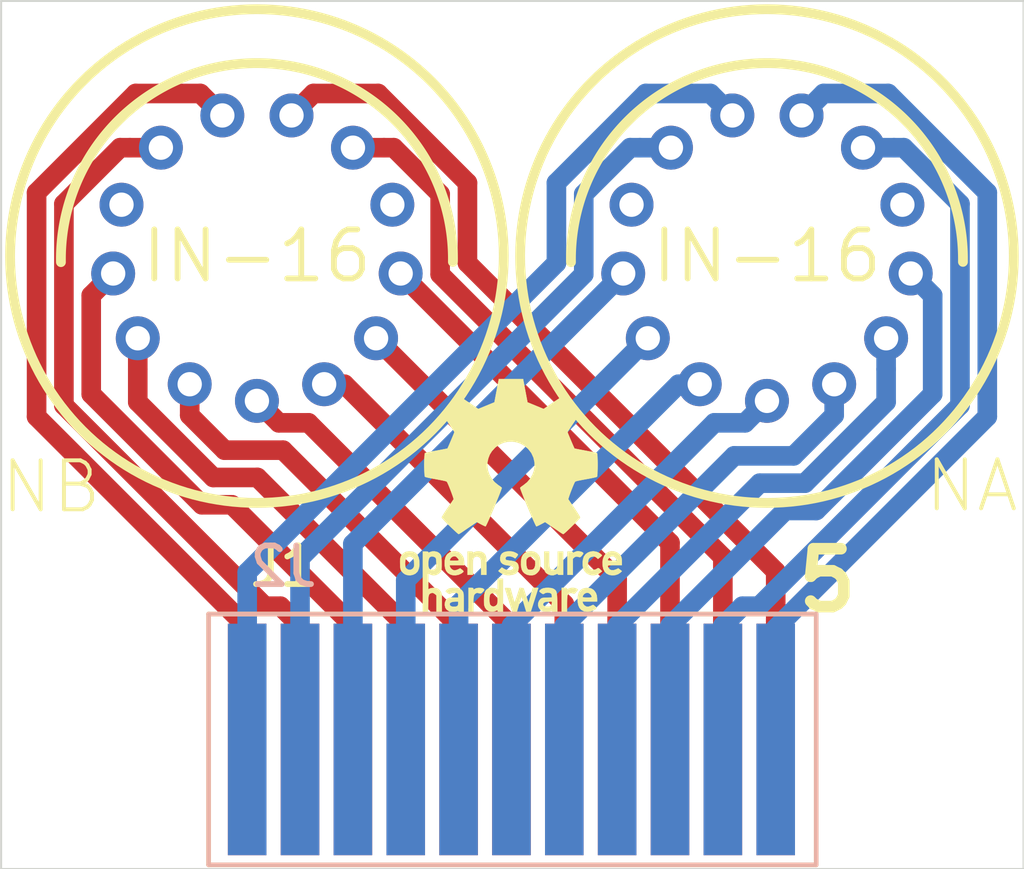
<source format=kicad_pcb>
(kicad_pcb (version 20171130) (host pcbnew "(5.1.5)-3")

  (general
    (thickness 1.6)
    (drawings 5)
    (tracks 108)
    (zones 0)
    (modules 6)
    (nets 27)
  )

  (page A4)
  (layers
    (0 F.Cu mixed)
    (31 B.Cu mixed)
    (32 B.Adhes user)
    (33 F.Adhes user)
    (34 B.Paste user)
    (35 F.Paste user)
    (36 B.SilkS user)
    (37 F.SilkS user)
    (38 B.Mask user)
    (39 F.Mask user)
    (40 Dwgs.User user)
    (41 Cmts.User user hide)
    (42 Eco1.User user)
    (43 Eco2.User user)
    (44 Edge.Cuts user)
    (45 Margin user)
    (46 B.CrtYd user)
    (47 F.CrtYd user)
    (48 B.Fab user)
    (49 F.Fab user)
  )

  (setup
    (last_trace_width 0.508)
    (user_trace_width 0.5)
    (user_trace_width 0.508)
    (trace_clearance 0.2)
    (zone_clearance 0.508)
    (zone_45_only no)
    (trace_min 0)
    (via_size 0.8)
    (via_drill 0.4)
    (via_min_size 0.4)
    (via_min_drill 0.3)
    (user_via 1 0.8)
    (uvia_size 0.3)
    (uvia_drill 0.1)
    (uvias_allowed no)
    (uvia_min_size 0.2)
    (uvia_min_drill 0.1)
    (edge_width 0.05)
    (segment_width 0.2)
    (pcb_text_width 0.3)
    (pcb_text_size 1.5 1.5)
    (mod_edge_width 0.12)
    (mod_text_size 1 1)
    (mod_text_width 0.15)
    (pad_size 1.524 1.524)
    (pad_drill 0.762)
    (pad_to_mask_clearance 0.051)
    (solder_mask_min_width 0.25)
    (aux_axis_origin 0 0)
    (grid_origin 191.5 65.5)
    (visible_elements 7FFFF7FF)
    (pcbplotparams
      (layerselection 0x010fc_ffffffff)
      (usegerberextensions true)
      (usegerberattributes false)
      (usegerberadvancedattributes false)
      (creategerberjobfile false)
      (excludeedgelayer true)
      (linewidth 0.100000)
      (plotframeref false)
      (viasonmask false)
      (mode 1)
      (useauxorigin false)
      (hpglpennumber 1)
      (hpglpenspeed 20)
      (hpglpendiameter 15.000000)
      (psnegative false)
      (psa4output false)
      (plotreference true)
      (plotvalue true)
      (plotinvisibletext false)
      (padsonsilk false)
      (subtractmaskfromsilk true)
      (outputformat 1)
      (mirror false)
      (drillshape 0)
      (scaleselection 1)
      (outputdirectory "C:/Users/E/Documents/Nixie_watch/nixie_watch_tube_driver/tube_driver_gerbers/"))
  )

  (net 0 "")
  (net 1 VB)
  (net 2 B9)
  (net 3 B8)
  (net 4 B7)
  (net 5 B6)
  (net 6 B5)
  (net 7 B4)
  (net 8 B3)
  (net 9 B2)
  (net 10 B1)
  (net 11 B0)
  (net 12 A0)
  (net 13 A1)
  (net 14 A2)
  (net 15 A3)
  (net 16 A4)
  (net 17 A5)
  (net 18 A6)
  (net 19 A7)
  (net 20 A8)
  (net 21 A9)
  (net 22 VA)
  (net 23 "Net-(N1-PadRHDP)")
  (net 24 "Net-(N1-PadLHDP)")
  (net 25 "Net-(N2-PadLHDP)")
  (net 26 "Net-(N2-PadRHDP)")

  (net_class Default "This is the default net class."
    (clearance 0.2)
    (trace_width 0.25)
    (via_dia 0.8)
    (via_drill 0.4)
    (uvia_dia 0.3)
    (uvia_drill 0.1)
    (add_net A0)
    (add_net A1)
    (add_net A2)
    (add_net A3)
    (add_net A4)
    (add_net A5)
    (add_net A6)
    (add_net A7)
    (add_net A8)
    (add_net A9)
    (add_net B0)
    (add_net B1)
    (add_net B2)
    (add_net B3)
    (add_net B4)
    (add_net B5)
    (add_net B6)
    (add_net B7)
    (add_net B8)
    (add_net B9)
    (add_net "Net-(N1-PadLHDP)")
    (add_net "Net-(N1-PadRHDP)")
    (add_net "Net-(N2-PadLHDP)")
    (add_net "Net-(N2-PadRHDP)")
    (add_net VA)
    (add_net VB)
  )

  (module nixies-us:nixies-us-IN-16 (layer F.Cu) (tedit 200000) (tstamp 61BCA870)
    (at 198.1294 49.6123)
    (path /613AFA24)
    (attr virtual)
    (fp_text reference NB (at -5.334 5.9817 180) (layer F.SilkS)
      (effects (font (size 1.27 1.27) (thickness 0.1016)))
    )
    (fp_text value IN-16 (at 0 0) (layer F.SilkS)
      (effects (font (size 1.27 1.27) (thickness 0.15)))
    )
    (fp_arc (start 0 0.07874) (end -5.08 0.15748) (angle 181.7) (layer F.SilkS) (width 0.254))
    (fp_circle (center 0 0) (end 0 -6.39826) (layer F.SilkS) (width 0.254))
    (pad RHDP thru_hole circle (at 3.51028 -1.33096) (size 1.13792 1.13792) (drill 0.62992) (layers *.Cu *.Mask)
      (net 23 "Net-(N1-PadRHDP)"))
    (pad LHDP thru_hole circle (at -3.51028 -1.33096) (size 1.13792 1.13792) (drill 0.62992) (layers *.Cu *.Mask)
      (net 24 "Net-(N1-PadLHDP)"))
    (pad A thru_hole circle (at 0 3.75412) (size 1.13792 1.13792) (drill 0.62992) (layers *.Cu *.Mask)
      (net 1 VB))
    (pad 9 thru_hole circle (at -3.08864 2.13106) (size 1.13792 1.13792) (drill 0.62992) (layers *.Cu *.Mask)
      (net 2 B9))
    (pad 8 thru_hole circle (at -3.72618 0.45212) (size 1.13792 1.13792) (drill 0.62992) (layers *.Cu *.Mask)
      (net 3 B8))
    (pad 7 thru_hole circle (at 3.08864 2.13106) (size 1.13792 1.13792) (drill 0.62992) (layers *.Cu *.Mask)
      (net 4 B7))
    (pad 6 thru_hole circle (at -0.89662 -3.6449) (size 1.13792 1.13792) (drill 0.62992) (layers *.Cu *.Mask)
      (net 5 B6))
    (pad 5 thru_hole circle (at 0.89662 -3.6449) (size 1.13792 1.13792) (drill 0.62992) (layers *.Cu *.Mask)
      (net 6 B5))
    (pad 4 thru_hole circle (at 2.4892 -2.80924) (size 1.13792 1.13792) (drill 0.62992) (layers *.Cu *.Mask)
      (net 7 B4))
    (pad 3 thru_hole circle (at 3.72618 0.45212) (size 1.13792 1.13792) (drill 0.62992) (layers *.Cu *.Mask)
      (net 8 B3))
    (pad 2 thru_hole circle (at -2.4892 -2.80924) (size 1.13792 1.13792) (drill 0.62992) (layers *.Cu *.Mask)
      (net 9 B2))
    (pad 1 thru_hole circle (at 1.74244 3.32232) (size 1.13792 1.13792) (drill 0.62992) (layers *.Cu *.Mask)
      (net 10 B1))
    (pad 0 thru_hole circle (at -1.74244 3.32232) (size 1.13792 1.13792) (drill 0.62992) (layers *.Cu *.Mask)
      (net 11 B0))
  )

  (module nixie_holder:smd_nixie_header_socket (layer B.Cu) (tedit 61C02F2E) (tstamp 61C04255)
    (at 197.87682 62.14216)
    (path /613BA749)
    (fp_text reference J2 (at 0.9398 -4.4831) (layer B.SilkS)
      (effects (font (size 1 1) (thickness 0.15)) (justify mirror))
    )
    (fp_text value Conn_01x11_Female (at 5.842 5.6007) (layer Cmts.User)
      (effects (font (size 1 1) (thickness 0.15)))
    )
    (fp_line (start 14.75 -3.25) (end 14.75 3.25) (layer B.SilkS) (width 0.12))
    (fp_line (start -1 -3.25) (end -1 3.25) (layer B.SilkS) (width 0.12))
    (fp_line (start -1 -3.25) (end 14.75 -3.25) (layer B.SilkS) (width 0.12))
    (fp_line (start 14.75 3.25) (end -1 3.25) (layer B.SilkS) (width 0.12))
    (fp_line (start -0.9144 3.1877) (end 14.6906 3.175) (layer B.CrtYd) (width 0.12))
    (fp_line (start 14.6906 3.175) (end 14.6906 -3.1496) (layer B.CrtYd) (width 0.12))
    (fp_line (start 14.6906 -3.1496) (end -0.9144 -3.1496) (layer B.CrtYd) (width 0.12))
    (fp_line (start -0.9144 -3.1496) (end -0.9144 3.1877) (layer B.CrtYd) (width 0.12))
    (pad 1 smd rect (at 0 0) (size 1 6) (layers B.Cu B.Paste B.Mask)
      (net 18 A6))
    (pad 2 smd rect (at 1.37 0) (size 1 6) (layers B.Cu B.Paste B.Mask)
      (net 14 A2))
    (pad 3 smd rect (at 2.74 0) (size 1 6) (layers B.Cu B.Paste B.Mask)
      (net 20 A8))
    (pad 4 smd rect (at 4.11 0) (size 1 6) (layers B.Cu B.Paste B.Mask)
      (net 21 A9))
    (pad 5 smd rect (at 5.48 0) (size 1 6) (layers B.Cu B.Paste B.Mask)
      (net 12 A0))
    (pad 6 smd rect (at 6.85 0) (size 1 6) (layers B.Cu B.Paste B.Mask)
      (net 22 VA))
    (pad 7 smd rect (at 8.22 0) (size 1 6) (layers B.Cu B.Paste B.Mask)
      (net 13 A1))
    (pad 8 smd rect (at 9.59 0) (size 1 6) (layers B.Cu B.Paste B.Mask)
      (net 19 A7))
    (pad 9 smd rect (at 10.96 0) (size 1 6) (layers B.Cu B.Paste B.Mask)
      (net 15 A3))
    (pad 10 smd rect (at 12.33 0) (size 1 6) (layers B.Cu B.Paste B.Mask)
      (net 16 A4))
    (pad 11 smd rect (at 13.7 0) (size 1 6) (layers B.Cu B.Paste B.Mask)
      (net 17 A5))
  )

  (module nixie_holder:smd_nixie_header_socket (layer F.Cu) (tedit 61C02E5C) (tstamp 61BD8451)
    (at 197.8768 62.14212)
    (path /613B5363)
    (fp_text reference J1 (at 0.9449 -4.4831) (layer F.SilkS)
      (effects (font (size 1 1) (thickness 0.15)))
    )
    (fp_text value Conn_01x11_Female (at 5.842 -5.6007) (layer Cmts.User)
      (effects (font (size 1 1) (thickness 0.15)))
    )
    (fp_line (start 14.75 3.25) (end 14.75 -3.25) (layer F.SilkS) (width 0.12))
    (fp_line (start -1 3.25) (end -1 -3.25) (layer F.SilkS) (width 0.12))
    (fp_line (start -1 3.25) (end 14.75 3.25) (layer F.SilkS) (width 0.12))
    (fp_line (start 14.75 -3.25) (end -1 -3.25) (layer F.SilkS) (width 0.12))
    (fp_line (start -0.9144 -3.1877) (end 14.6906 -3.175) (layer F.CrtYd) (width 0.12))
    (fp_line (start 14.6906 -3.175) (end 14.6906 3.1496) (layer F.CrtYd) (width 0.12))
    (fp_line (start 14.6906 3.1496) (end -0.9144 3.1496) (layer F.CrtYd) (width 0.12))
    (fp_line (start -0.9144 3.1496) (end -0.9144 -3.1877) (layer F.CrtYd) (width 0.12))
    (pad 1 smd rect (at 0 0) (size 1 6) (layers F.Cu F.Paste F.Mask)
      (net 5 B6))
    (pad 2 smd rect (at 1.37 0) (size 1 6) (layers F.Cu F.Paste F.Mask)
      (net 9 B2))
    (pad 3 smd rect (at 2.74 0) (size 1 6) (layers F.Cu F.Paste F.Mask)
      (net 3 B8))
    (pad 4 smd rect (at 4.11 0) (size 1 6) (layers F.Cu F.Paste F.Mask)
      (net 2 B9))
    (pad 5 smd rect (at 5.48 0) (size 1 6) (layers F.Cu F.Paste F.Mask)
      (net 11 B0))
    (pad 6 smd rect (at 6.85 0) (size 1 6) (layers F.Cu F.Paste F.Mask)
      (net 1 VB))
    (pad 7 smd rect (at 8.22 0) (size 1 6) (layers F.Cu F.Paste F.Mask)
      (net 10 B1))
    (pad 8 smd rect (at 9.59 0) (size 1 6) (layers F.Cu F.Paste F.Mask)
      (net 4 B7))
    (pad 9 smd rect (at 10.96 0) (size 1 6) (layers F.Cu F.Paste F.Mask)
      (net 8 B3))
    (pad 10 smd rect (at 12.33 0) (size 1 6) (layers F.Cu F.Paste F.Mask)
      (net 7 B4))
    (pad 11 smd rect (at 13.7 0) (size 1 6) (layers F.Cu F.Paste F.Mask)
      (net 6 B5))
  )

  (module MountingHole:MountingHole_2.7mm_M2.5 (layer F.Cu) (tedit 56D1B4CB) (tstamp 61C0101C)
    (at 194.5 61)
    (descr "Mounting Hole 2.7mm, no annular, M2.5")
    (tags "mounting hole 2.7mm no annular m2.5")
    (attr virtual)
    (fp_text reference REF** (at 0 -3.7) (layer Cmts.User)
      (effects (font (size 1 1) (thickness 0.15)))
    )
    (fp_text value MountingHole_2.7mm_M2.5 (at 0 3.7) (layer Cmts.User)
      (effects (font (size 1 1) (thickness 0.15)))
    )
    (fp_circle (center 0 0) (end 2.95 0) (layer F.CrtYd) (width 0.05))
    (fp_circle (center 0 0) (end 2.7 0) (layer Cmts.User) (width 0.15))
    (fp_text user %R (at 0.3 0) (layer Cmts.User)
      (effects (font (size 1 1) (thickness 0.15)))
    )
    (pad 1 np_thru_hole circle (at 0 0) (size 2.7 2.7) (drill 2.7) (layers *.Cu *.Mask))
  )

  (module Symbol:OSHW-Logo_5.7x6mm_SilkScreen (layer F.Cu) (tedit 0) (tstamp 61BD9041)
    (at 204.708 55.81244)
    (descr "Open Source Hardware Logo")
    (tags "Logo OSHW")
    (attr virtual)
    (fp_text reference REF** (at 0 0) (layer Cmts.User) hide
      (effects (font (size 1 1) (thickness 0.15)))
    )
    (fp_text value OSHW-Logo_5.7x6mm_SilkScreen (at 0.75 0) (layer Cmts.User) hide
      (effects (font (size 1 1) (thickness 0.15)))
    )
    (fp_poly (pts (xy 0.376964 -2.709982) (xy 0.433812 -2.40843) (xy 0.853338 -2.235488) (xy 1.104984 -2.406605)
      (xy 1.175458 -2.45425) (xy 1.239163 -2.49679) (xy 1.293126 -2.532285) (xy 1.334373 -2.55879)
      (xy 1.359934 -2.574364) (xy 1.366895 -2.577722) (xy 1.379435 -2.569086) (xy 1.406231 -2.545208)
      (xy 1.44428 -2.509141) (xy 1.490579 -2.463933) (xy 1.542123 -2.412636) (xy 1.595909 -2.358299)
      (xy 1.648935 -2.303972) (xy 1.698195 -2.252705) (xy 1.740687 -2.207549) (xy 1.773407 -2.171554)
      (xy 1.793351 -2.14777) (xy 1.798119 -2.13981) (xy 1.791257 -2.125135) (xy 1.77202 -2.092986)
      (xy 1.74243 -2.046508) (xy 1.70451 -1.988844) (xy 1.660282 -1.92314) (xy 1.634654 -1.885664)
      (xy 1.587941 -1.817232) (xy 1.546432 -1.75548) (xy 1.51214 -1.703481) (xy 1.48708 -1.664308)
      (xy 1.473264 -1.641035) (xy 1.471188 -1.636145) (xy 1.475895 -1.622245) (xy 1.488723 -1.58985)
      (xy 1.507738 -1.543515) (xy 1.531003 -1.487794) (xy 1.556584 -1.427242) (xy 1.582545 -1.366414)
      (xy 1.60695 -1.309864) (xy 1.627863 -1.262148) (xy 1.643349 -1.227819) (xy 1.651472 -1.211432)
      (xy 1.651952 -1.210788) (xy 1.664707 -1.207659) (xy 1.698677 -1.200679) (xy 1.75034 -1.190533)
      (xy 1.816176 -1.177908) (xy 1.892664 -1.163491) (xy 1.93729 -1.155177) (xy 2.019021 -1.139616)
      (xy 2.092843 -1.124808) (xy 2.155021 -1.111564) (xy 2.201822 -1.100695) (xy 2.229509 -1.093011)
      (xy 2.235074 -1.090573) (xy 2.240526 -1.07407) (xy 2.244924 -1.0368) (xy 2.248272 -0.98312)
      (xy 2.250574 -0.917388) (xy 2.251832 -0.843963) (xy 2.252048 -0.767204) (xy 2.251227 -0.691468)
      (xy 2.249371 -0.621114) (xy 2.246482 -0.5605) (xy 2.242565 -0.513984) (xy 2.237622 -0.485925)
      (xy 2.234657 -0.480084) (xy 2.216934 -0.473083) (xy 2.179381 -0.463073) (xy 2.126964 -0.451231)
      (xy 2.064652 -0.438733) (xy 2.0429 -0.43469) (xy 1.938024 -0.41548) (xy 1.85518 -0.400009)
      (xy 1.79163 -0.387663) (xy 1.744637 -0.377827) (xy 1.711463 -0.369886) (xy 1.689371 -0.363224)
      (xy 1.675624 -0.357227) (xy 1.667484 -0.351281) (xy 1.666345 -0.350106) (xy 1.654977 -0.331174)
      (xy 1.637635 -0.294331) (xy 1.61605 -0.244087) (xy 1.591954 -0.184954) (xy 1.567079 -0.121444)
      (xy 1.543157 -0.058068) (xy 1.521919 0.000662) (xy 1.505097 0.050235) (xy 1.494422 0.086139)
      (xy 1.491627 0.103862) (xy 1.49186 0.104483) (xy 1.501331 0.11897) (xy 1.522818 0.150844)
      (xy 1.554063 0.196789) (xy 1.592807 0.253485) (xy 1.636793 0.317617) (xy 1.649319 0.335842)
      (xy 1.693984 0.401914) (xy 1.733288 0.4622) (xy 1.765088 0.513235) (xy 1.787245 0.55156)
      (xy 1.797617 0.573711) (xy 1.798119 0.576432) (xy 1.789405 0.590736) (xy 1.765325 0.619072)
      (xy 1.728976 0.658396) (xy 1.683453 0.705661) (xy 1.631852 0.757823) (xy 1.577267 0.811835)
      (xy 1.522794 0.864653) (xy 1.471529 0.913231) (xy 1.426567 0.954523) (xy 1.391004 0.985485)
      (xy 1.367935 1.00307) (xy 1.361554 1.005941) (xy 1.346699 0.999178) (xy 1.316286 0.980939)
      (xy 1.275268 0.954297) (xy 1.243709 0.932852) (xy 1.186525 0.893503) (xy 1.118806 0.847171)
      (xy 1.05088 0.800913) (xy 1.014361 0.776155) (xy 0.890752 0.692547) (xy 0.786991 0.74865)
      (xy 0.73972 0.773228) (xy 0.699523 0.792331) (xy 0.672326 0.803227) (xy 0.665402 0.804743)
      (xy 0.657077 0.793549) (xy 0.640654 0.761917) (xy 0.617357 0.712765) (xy 0.588414 0.64901)
      (xy 0.55505 0.573571) (xy 0.518491 0.489364) (xy 0.479964 0.399308) (xy 0.440694 0.306321)
      (xy 0.401908 0.21332) (xy 0.36483 0.123223) (xy 0.330689 0.038948) (xy 0.300708 -0.036587)
      (xy 0.276116 -0.100466) (xy 0.258136 -0.149769) (xy 0.247997 -0.181579) (xy 0.246366 -0.192504)
      (xy 0.259291 -0.206439) (xy 0.287589 -0.22906) (xy 0.325346 -0.255667) (xy 0.328515 -0.257772)
      (xy 0.4261 -0.335886) (xy 0.504786 -0.427018) (xy 0.563891 -0.528255) (xy 0.602732 -0.636682)
      (xy 0.620628 -0.749386) (xy 0.616897 -0.863452) (xy 0.590857 -0.975966) (xy 0.541825 -1.084015)
      (xy 0.5274 -1.107655) (xy 0.452369 -1.203113) (xy 0.36373 -1.279768) (xy 0.264549 -1.33722)
      (xy 0.157895 -1.375071) (xy 0.046836 -1.392922) (xy -0.065561 -1.390375) (xy -0.176227 -1.36703)
      (xy -0.282094 -1.32249) (xy -0.380095 -1.256355) (xy -0.41041 -1.229513) (xy -0.487562 -1.145488)
      (xy -0.543782 -1.057034) (xy -0.582347 -0.957885) (xy -0.603826 -0.859697) (xy -0.609128 -0.749303)
      (xy -0.591448 -0.63836) (xy -0.552581 -0.530619) (xy -0.494323 -0.429831) (xy -0.418469 -0.339744)
      (xy -0.326817 -0.264108) (xy -0.314772 -0.256136) (xy -0.276611 -0.230026) (xy -0.247601 -0.207405)
      (xy -0.233732 -0.192961) (xy -0.233531 -0.192504) (xy -0.236508 -0.176879) (xy -0.248311 -0.141418)
      (xy -0.267714 -0.089038) (xy -0.293488 -0.022655) (xy -0.324409 0.054814) (xy -0.359249 0.14045)
      (xy -0.396783 0.231337) (xy -0.435783 0.324559) (xy -0.475023 0.417197) (xy -0.513276 0.506335)
      (xy -0.549317 0.589055) (xy -0.581917 0.662441) (xy -0.609852 0.723575) (xy -0.631895 0.769541)
      (xy -0.646818 0.797421) (xy -0.652828 0.804743) (xy -0.671191 0.799041) (xy -0.705552 0.783749)
      (xy -0.749984 0.761599) (xy -0.774417 0.74865) (xy -0.878178 0.692547) (xy -1.001787 0.776155)
      (xy -1.064886 0.818987) (xy -1.13397 0.866122) (xy -1.198707 0.910503) (xy -1.231134 0.932852)
      (xy -1.276741 0.963477) (xy -1.31536 0.987747) (xy -1.341952 1.002587) (xy -1.35059 1.005724)
      (xy -1.363161 0.997261) (xy -1.390984 0.973636) (xy -1.431361 0.937302) (xy -1.481595 0.890711)
      (xy -1.538988 0.836317) (xy -1.575286 0.801392) (xy -1.63879 0.738996) (xy -1.693673 0.683188)
      (xy -1.737714 0.636354) (xy -1.768695 0.600882) (xy -1.784398 0.579161) (xy -1.785905 0.574752)
      (xy -1.778914 0.557985) (xy -1.759594 0.524082) (xy -1.730091 0.476476) (xy -1.692545 0.418599)
      (xy -1.6491 0.353884) (xy -1.636745 0.335842) (xy -1.591727 0.270267) (xy -1.55134 0.211228)
      (xy -1.51784 0.162042) (xy -1.493486 0.126028) (xy -1.480536 0.106502) (xy -1.479285 0.104483)
      (xy -1.481156 0.088922) (xy -1.491087 0.054709) (xy -1.507347 0.006355) (xy -1.528205 -0.051629)
      (xy -1.551927 -0.11473) (xy -1.576784 -0.178437) (xy -1.601042 -0.238239) (xy -1.622971 -0.289624)
      (xy -1.640838 -0.328081) (xy -1.652913 -0.349098) (xy -1.653771 -0.350106) (xy -1.661154 -0.356112)
      (xy -1.673625 -0.362052) (xy -1.69392 -0.36854) (xy -1.724778 -0.376191) (xy -1.768934 -0.38562)
      (xy -1.829126 -0.397441) (xy -1.908093 -0.412271) (xy -2.00857 -0.430723) (xy -2.030325 -0.43469)
      (xy -2.094802 -0.447147) (xy -2.151011 -0.459334) (xy -2.193987 -0.470074) (xy -2.21876 -0.478191)
      (xy -2.222082 -0.480084) (xy -2.227556 -0.496862) (xy -2.232006 -0.534355) (xy -2.235428 -0.588206)
      (xy -2.237819 -0.654056) (xy -2.239177 -0.727547) (xy -2.239499 -0.80432) (xy -2.238781 -0.880017)
      (xy -2.237021 -0.95028) (xy -2.234216 -1.01075) (xy -2.230362 -1.05707) (xy -2.225457 -1.084881)
      (xy -2.2225 -1.090573) (xy -2.206037 -1.096314) (xy -2.168551 -1.105655) (xy -2.113775 -1.117785)
      (xy -2.045445 -1.131893) (xy -1.967294 -1.14717) (xy -1.924716 -1.155177) (xy -1.843929 -1.170279)
      (xy -1.771887 -1.18396) (xy -1.712111 -1.195533) (xy -1.668121 -1.204313) (xy -1.643439 -1.209613)
      (xy -1.639377 -1.210788) (xy -1.632511 -1.224035) (xy -1.617998 -1.255943) (xy -1.597771 -1.301953)
      (xy -1.573766 -1.357508) (xy -1.547918 -1.418047) (xy -1.52216 -1.479014) (xy -1.498427 -1.535849)
      (xy -1.478654 -1.583994) (xy -1.464776 -1.61889) (xy -1.458726 -1.635979) (xy -1.458614 -1.636726)
      (xy -1.465472 -1.650207) (xy -1.484698 -1.68123) (xy -1.514272 -1.726711) (xy -1.552173 -1.783568)
      (xy -1.59638 -1.848717) (xy -1.622079 -1.886138) (xy -1.668907 -1.954753) (xy -1.710499 -2.017048)
      (xy -1.744825 -2.069871) (xy -1.769857 -2.110073) (xy -1.783565 -2.1345) (xy -1.785544 -2.139976)
      (xy -1.777034 -2.152722) (xy -1.753507 -2.179937) (xy -1.717968 -2.218572) (xy -1.673423 -2.265577)
      (xy -1.622877 -2.317905) (xy -1.569336 -2.372505) (xy -1.515805 -2.42633) (xy -1.465289 -2.47633)
      (xy -1.420794 -2.519457) (xy -1.385325 -2.552661) (xy -1.361887 -2.572894) (xy -1.354046 -2.577722)
      (xy -1.34128 -2.570933) (xy -1.310744 -2.551858) (xy -1.26541 -2.522439) (xy -1.208244 -2.484619)
      (xy -1.142216 -2.440339) (xy -1.09241 -2.406605) (xy -0.840764 -2.235488) (xy -0.631001 -2.321959)
      (xy -0.421237 -2.40843) (xy -0.364389 -2.709982) (xy -0.30754 -3.011534) (xy 0.320115 -3.011534)
      (xy 0.376964 -2.709982)) (layer F.SilkS) (width 0.01))
    (fp_poly (pts (xy 1.79946 1.45803) (xy 1.842711 1.471245) (xy 1.870558 1.487941) (xy 1.879629 1.501145)
      (xy 1.877132 1.516797) (xy 1.860931 1.541385) (xy 1.847232 1.5588) (xy 1.818992 1.590283)
      (xy 1.797775 1.603529) (xy 1.779688 1.602664) (xy 1.726035 1.58901) (xy 1.68663 1.58963)
      (xy 1.654632 1.605104) (xy 1.64389 1.614161) (xy 1.609505 1.646027) (xy 1.609505 2.062179)
      (xy 1.471188 2.062179) (xy 1.471188 1.458614) (xy 1.540347 1.458614) (xy 1.581869 1.460256)
      (xy 1.603291 1.466087) (xy 1.609502 1.477461) (xy 1.609505 1.477798) (xy 1.612439 1.489713)
      (xy 1.625704 1.488159) (xy 1.644084 1.479563) (xy 1.682046 1.463568) (xy 1.712872 1.453945)
      (xy 1.752536 1.451478) (xy 1.79946 1.45803)) (layer F.SilkS) (width 0.01))
    (fp_poly (pts (xy -0.754012 1.469002) (xy -0.722717 1.48395) (xy -0.692409 1.505541) (xy -0.669318 1.530391)
      (xy -0.6525 1.562087) (xy -0.641006 1.604214) (xy -0.633891 1.660358) (xy -0.630207 1.734106)
      (xy -0.629008 1.829044) (xy -0.628989 1.838985) (xy -0.628713 2.062179) (xy -0.76703 2.062179)
      (xy -0.76703 1.856418) (xy -0.767128 1.780189) (xy -0.767809 1.724939) (xy -0.769651 1.686501)
      (xy -0.773233 1.660706) (xy -0.779132 1.643384) (xy -0.787927 1.630368) (xy -0.80018 1.617507)
      (xy -0.843047 1.589873) (xy -0.889843 1.584745) (xy -0.934424 1.602217) (xy -0.949928 1.615221)
      (xy -0.96131 1.627447) (xy -0.969481 1.64054) (xy -0.974974 1.658615) (xy -0.97832 1.685787)
      (xy -0.980051 1.72617) (xy -0.980697 1.783879) (xy -0.980792 1.854132) (xy -0.980792 2.062179)
      (xy -1.119109 2.062179) (xy -1.119109 1.458614) (xy -1.04995 1.458614) (xy -1.008428 1.460256)
      (xy -0.987006 1.466087) (xy -0.980795 1.477461) (xy -0.980792 1.477798) (xy -0.97791 1.488938)
      (xy -0.965199 1.487674) (xy -0.939926 1.475434) (xy -0.882605 1.457424) (xy -0.817037 1.455421)
      (xy -0.754012 1.469002)) (layer F.SilkS) (width 0.01))
    (fp_poly (pts (xy 2.677898 1.456457) (xy 2.710096 1.464279) (xy 2.771825 1.492921) (xy 2.82461 1.536667)
      (xy 2.861141 1.589117) (xy 2.86616 1.600893) (xy 2.873045 1.63174) (xy 2.877864 1.677371)
      (xy 2.879505 1.723492) (xy 2.879505 1.810693) (xy 2.697178 1.810693) (xy 2.621979 1.810978)
      (xy 2.569003 1.812704) (xy 2.535325 1.817181) (xy 2.51802 1.82572) (xy 2.514163 1.83963)
      (xy 2.520829 1.860222) (xy 2.53277 1.884315) (xy 2.56608 1.924525) (xy 2.612368 1.944558)
      (xy 2.668944 1.943905) (xy 2.733031 1.922101) (xy 2.788417 1.895193) (xy 2.834375 1.931532)
      (xy 2.880333 1.967872) (xy 2.837096 2.007819) (xy 2.779374 2.045563) (xy 2.708386 2.06832)
      (xy 2.632029 2.074688) (xy 2.558199 2.063268) (xy 2.546287 2.059393) (xy 2.481399 2.025506)
      (xy 2.43313 1.974986) (xy 2.400465 1.906325) (xy 2.382385 1.818014) (xy 2.382175 1.816121)
      (xy 2.380556 1.719878) (xy 2.3871 1.685542) (xy 2.514852 1.685542) (xy 2.526584 1.690822)
      (xy 2.558438 1.694867) (xy 2.605397 1.697176) (xy 2.635154 1.697525) (xy 2.690648 1.697306)
      (xy 2.725346 1.695916) (xy 2.743601 1.692251) (xy 2.749766 1.68521) (xy 2.748195 1.67369)
      (xy 2.746878 1.669233) (xy 2.724382 1.627355) (xy 2.689003 1.593604) (xy 2.65778 1.578773)
      (xy 2.616301 1.579668) (xy 2.574269 1.598164) (xy 2.539012 1.628786) (xy 2.517854 1.666062)
      (xy 2.514852 1.685542) (xy 2.3871 1.685542) (xy 2.39669 1.635229) (xy 2.428698 1.564191)
      (xy 2.474701 1.508779) (xy 2.532821 1.471009) (xy 2.60118 1.452896) (xy 2.677898 1.456457)) (layer F.SilkS) (width 0.01))
    (fp_poly (pts (xy 2.217226 1.46388) (xy 2.29008 1.49483) (xy 2.313027 1.509895) (xy 2.342354 1.533048)
      (xy 2.360764 1.551253) (xy 2.363961 1.557183) (xy 2.354935 1.57034) (xy 2.331837 1.592667)
      (xy 2.313344 1.60825) (xy 2.262728 1.648926) (xy 2.22276 1.615295) (xy 2.191874 1.593584)
      (xy 2.161759 1.58609) (xy 2.127292 1.58792) (xy 2.072561 1.601528) (xy 2.034886 1.629772)
      (xy 2.011991 1.675433) (xy 2.001597 1.741289) (xy 2.001595 1.741331) (xy 2.002494 1.814939)
      (xy 2.016463 1.868946) (xy 2.044328 1.905716) (xy 2.063325 1.918168) (xy 2.113776 1.933673)
      (xy 2.167663 1.933683) (xy 2.214546 1.918638) (xy 2.225644 1.911287) (xy 2.253476 1.892511)
      (xy 2.275236 1.889434) (xy 2.298704 1.903409) (xy 2.324649 1.92851) (xy 2.365716 1.97088)
      (xy 2.320121 2.008464) (xy 2.249674 2.050882) (xy 2.170233 2.071785) (xy 2.087215 2.070272)
      (xy 2.032694 2.056411) (xy 1.96897 2.022135) (xy 1.918005 1.968212) (xy 1.894851 1.930149)
      (xy 1.876099 1.875536) (xy 1.866715 1.806369) (xy 1.866643 1.731407) (xy 1.875824 1.659409)
      (xy 1.894199 1.599137) (xy 1.897093 1.592958) (xy 1.939952 1.532351) (xy 1.997979 1.488224)
      (xy 2.066591 1.461493) (xy 2.141201 1.453073) (xy 2.217226 1.46388)) (layer F.SilkS) (width 0.01))
    (fp_poly (pts (xy 0.993367 1.654342) (xy 0.994555 1.746563) (xy 0.998897 1.81661) (xy 1.007558 1.867381)
      (xy 1.021704 1.901772) (xy 1.0425 1.922679) (xy 1.07111 1.933) (xy 1.106535 1.935636)
      (xy 1.143636 1.932682) (xy 1.171818 1.921889) (xy 1.192243 1.90036) (xy 1.206079 1.865199)
      (xy 1.214491 1.81351) (xy 1.218643 1.742394) (xy 1.219703 1.654342) (xy 1.219703 1.458614)
      (xy 1.35802 1.458614) (xy 1.35802 2.062179) (xy 1.288862 2.062179) (xy 1.24717 2.060489)
      (xy 1.225701 2.054556) (xy 1.219703 2.043293) (xy 1.216091 2.033261) (xy 1.201714 2.035383)
      (xy 1.172736 2.04958) (xy 1.106319 2.07148) (xy 1.035875 2.069928) (xy 0.968377 2.046147)
      (xy 0.936233 2.027362) (xy 0.911715 2.007022) (xy 0.893804 1.981573) (xy 0.881479 1.947458)
      (xy 0.873723 1.901121) (xy 0.869516 1.839007) (xy 0.86784 1.757561) (xy 0.867624 1.694578)
      (xy 0.867624 1.458614) (xy 0.993367 1.458614) (xy 0.993367 1.654342)) (layer F.SilkS) (width 0.01))
    (fp_poly (pts (xy 0.610762 1.466055) (xy 0.674363 1.500692) (xy 0.724123 1.555372) (xy 0.747568 1.599842)
      (xy 0.757634 1.639121) (xy 0.764156 1.695116) (xy 0.766951 1.759621) (xy 0.765836 1.824429)
      (xy 0.760626 1.881334) (xy 0.754541 1.911727) (xy 0.734014 1.953306) (xy 0.698463 1.997468)
      (xy 0.655619 2.036087) (xy 0.613211 2.061034) (xy 0.612177 2.06143) (xy 0.559553 2.072331)
      (xy 0.497188 2.072601) (xy 0.437924 2.062676) (xy 0.41504 2.054722) (xy 0.356102 2.0213)
      (xy 0.31389 1.977511) (xy 0.286156 1.919538) (xy 0.270651 1.843565) (xy 0.267143 1.803771)
      (xy 0.26759 1.753766) (xy 0.402376 1.753766) (xy 0.406917 1.826732) (xy 0.419986 1.882334)
      (xy 0.440756 1.917861) (xy 0.455552 1.92802) (xy 0.493464 1.935104) (xy 0.538527 1.933007)
      (xy 0.577487 1.922812) (xy 0.587704 1.917204) (xy 0.614659 1.884538) (xy 0.632451 1.834545)
      (xy 0.640024 1.773705) (xy 0.636325 1.708497) (xy 0.628057 1.669253) (xy 0.60432 1.623805)
      (xy 0.566849 1.595396) (xy 0.52172 1.585573) (xy 0.475011 1.595887) (xy 0.439132 1.621112)
      (xy 0.420277 1.641925) (xy 0.409272 1.662439) (xy 0.404026 1.690203) (xy 0.402449 1.732762)
      (xy 0.402376 1.753766) (xy 0.26759 1.753766) (xy 0.268094 1.69758) (xy 0.285388 1.610501)
      (xy 0.319029 1.54253) (xy 0.369018 1.493664) (xy 0.435356 1.463899) (xy 0.449601 1.460448)
      (xy 0.53521 1.452345) (xy 0.610762 1.466055)) (layer F.SilkS) (width 0.01))
    (fp_poly (pts (xy 0.014017 1.456452) (xy 0.061634 1.465482) (xy 0.111034 1.48437) (xy 0.116312 1.486777)
      (xy 0.153774 1.506476) (xy 0.179717 1.524781) (xy 0.188103 1.536508) (xy 0.180117 1.555632)
      (xy 0.16072 1.58385) (xy 0.15211 1.594384) (xy 0.116628 1.635847) (xy 0.070885 1.608858)
      (xy 0.02735 1.590878) (xy -0.02295 1.581267) (xy -0.071188 1.58066) (xy -0.108533 1.589691)
      (xy -0.117495 1.595327) (xy -0.134563 1.621171) (xy -0.136637 1.650941) (xy -0.123866 1.674197)
      (xy -0.116312 1.678708) (xy -0.093675 1.684309) (xy -0.053885 1.690892) (xy -0.004834 1.697183)
      (xy 0.004215 1.69817) (xy 0.082996 1.711798) (xy 0.140136 1.734946) (xy 0.17803 1.769752)
      (xy 0.199079 1.818354) (xy 0.205635 1.877718) (xy 0.196577 1.945198) (xy 0.167164 1.998188)
      (xy 0.117278 2.036783) (xy 0.0468 2.061081) (xy -0.031435 2.070667) (xy -0.095234 2.070552)
      (xy -0.146984 2.061845) (xy -0.182327 2.049825) (xy -0.226983 2.02888) (xy -0.268253 2.004574)
      (xy -0.282921 1.993876) (xy -0.320643 1.963084) (xy -0.275148 1.917049) (xy -0.229653 1.871013)
      (xy -0.177928 1.905243) (xy -0.126048 1.930952) (xy -0.070649 1.944399) (xy -0.017395 1.945818)
      (xy 0.028049 1.935443) (xy 0.060016 1.913507) (xy 0.070338 1.894998) (xy 0.068789 1.865314)
      (xy 0.04314 1.842615) (xy -0.00654 1.82694) (xy -0.060969 1.819695) (xy -0.144736 1.805873)
      (xy -0.206967 1.779796) (xy -0.248493 1.740699) (xy -0.270147 1.68782) (xy -0.273147 1.625126)
      (xy -0.258329 1.559642) (xy -0.224546 1.510144) (xy -0.171495 1.476408) (xy -0.098874 1.458207)
      (xy -0.045072 1.454639) (xy 0.014017 1.456452)) (layer F.SilkS) (width 0.01))
    (fp_poly (pts (xy -1.356699 1.472614) (xy -1.344168 1.478514) (xy -1.300799 1.510283) (xy -1.25979 1.556646)
      (xy -1.229168 1.607696) (xy -1.220459 1.631166) (xy -1.212512 1.673091) (xy -1.207774 1.723757)
      (xy -1.207199 1.744679) (xy -1.207129 1.810693) (xy -1.587083 1.810693) (xy -1.578983 1.845273)
      (xy -1.559104 1.88617) (xy -1.524347 1.921514) (xy -1.482998 1.944282) (xy -1.456649 1.94901)
      (xy -1.420916 1.943273) (xy -1.378282 1.928882) (xy -1.363799 1.922262) (xy -1.31024 1.895513)
      (xy -1.264533 1.930376) (xy -1.238158 1.953955) (xy -1.224124 1.973417) (xy -1.223414 1.979129)
      (xy -1.235951 1.992973) (xy -1.263428 2.014012) (xy -1.288366 2.030425) (xy -1.355664 2.05993)
      (xy -1.43111 2.073284) (xy -1.505888 2.069812) (xy -1.565495 2.051663) (xy -1.626941 2.012784)
      (xy -1.670608 1.961595) (xy -1.697926 1.895367) (xy -1.710322 1.811371) (xy -1.711421 1.772936)
      (xy -1.707022 1.684861) (xy -1.706482 1.682299) (xy -1.580582 1.682299) (xy -1.577115 1.690558)
      (xy -1.562863 1.695113) (xy -1.53347 1.697065) (xy -1.484575 1.697517) (xy -1.465748 1.697525)
      (xy -1.408467 1.696843) (xy -1.372141 1.694364) (xy -1.352604 1.689443) (xy -1.34569 1.681434)
      (xy -1.345445 1.678862) (xy -1.353336 1.658423) (xy -1.373085 1.629789) (xy -1.381575 1.619763)
      (xy -1.413094 1.591408) (xy -1.445949 1.580259) (xy -1.463651 1.579327) (xy -1.511539 1.590981)
      (xy -1.551699 1.622285) (xy -1.577173 1.667752) (xy -1.577625 1.669233) (xy -1.580582 1.682299)
      (xy -1.706482 1.682299) (xy -1.692392 1.61551) (xy -1.666038 1.560025) (xy -1.633807 1.520639)
      (xy -1.574217 1.477931) (xy -1.504168 1.455109) (xy -1.429661 1.453046) (xy -1.356699 1.472614)) (layer F.SilkS) (width 0.01))
    (fp_poly (pts (xy -2.538261 1.465148) (xy -2.472479 1.494231) (xy -2.42254 1.542793) (xy -2.388374 1.610908)
      (xy -2.369907 1.698651) (xy -2.368583 1.712351) (xy -2.367546 1.808939) (xy -2.380993 1.893602)
      (xy -2.408108 1.962221) (xy -2.422627 1.984294) (xy -2.473201 2.031011) (xy -2.537609 2.061268)
      (xy -2.609666 2.073824) (xy -2.683185 2.067439) (xy -2.739072 2.047772) (xy -2.787132 2.014629)
      (xy -2.826412 1.971175) (xy -2.827092 1.970158) (xy -2.843044 1.943338) (xy -2.85341 1.916368)
      (xy -2.859688 1.882332) (xy -2.863373 1.83431) (xy -2.864997 1.794931) (xy -2.865672 1.759219)
      (xy -2.739955 1.759219) (xy -2.738726 1.79477) (xy -2.734266 1.842094) (xy -2.726397 1.872465)
      (xy -2.712207 1.894072) (xy -2.698917 1.906694) (xy -2.651802 1.933122) (xy -2.602505 1.936653)
      (xy -2.556593 1.917639) (xy -2.533638 1.896331) (xy -2.517096 1.874859) (xy -2.507421 1.854313)
      (xy -2.503174 1.827574) (xy -2.50292 1.787523) (xy -2.504228 1.750638) (xy -2.507043 1.697947)
      (xy -2.511505 1.663772) (xy -2.519548 1.64148) (xy -2.533103 1.624442) (xy -2.543845 1.614703)
      (xy -2.588777 1.589123) (xy -2.637249 1.587847) (xy -2.677894 1.602999) (xy -2.712567 1.634642)
      (xy -2.733224 1.68662) (xy -2.739955 1.759219) (xy -2.865672 1.759219) (xy -2.866479 1.716621)
      (xy -2.863948 1.658056) (xy -2.856362 1.614007) (xy -2.842681 1.579248) (xy -2.821865 1.548551)
      (xy -2.814147 1.539436) (xy -2.765889 1.494021) (xy -2.714128 1.467493) (xy -2.650828 1.456379)
      (xy -2.619961 1.455471) (xy -2.538261 1.465148)) (layer F.SilkS) (width 0.01))
    (fp_poly (pts (xy 2.032581 2.40497) (xy 2.092685 2.420597) (xy 2.143021 2.452848) (xy 2.167393 2.47694)
      (xy 2.207345 2.533895) (xy 2.230242 2.599965) (xy 2.238108 2.681182) (xy 2.238148 2.687748)
      (xy 2.238218 2.753763) (xy 1.858264 2.753763) (xy 1.866363 2.788342) (xy 1.880987 2.819659)
      (xy 1.906581 2.852291) (xy 1.911935 2.8575) (xy 1.957943 2.885694) (xy 2.01041 2.890475)
      (xy 2.070803 2.871926) (xy 2.08104 2.866931) (xy 2.112439 2.851745) (xy 2.13347 2.843094)
      (xy 2.137139 2.842293) (xy 2.149948 2.850063) (xy 2.174378 2.869072) (xy 2.186779 2.87946)
      (xy 2.212476 2.903321) (xy 2.220915 2.919077) (xy 2.215058 2.933571) (xy 2.211928 2.937534)
      (xy 2.190725 2.954879) (xy 2.155738 2.975959) (xy 2.131337 2.988265) (xy 2.062072 3.009946)
      (xy 1.985388 3.016971) (xy 1.912765 3.008647) (xy 1.892426 3.002686) (xy 1.829476 2.968952)
      (xy 1.782815 2.917045) (xy 1.752173 2.846459) (xy 1.737282 2.756692) (xy 1.735647 2.709753)
      (xy 1.740421 2.641413) (xy 1.86099 2.641413) (xy 1.872652 2.646465) (xy 1.903998 2.650429)
      (xy 1.949571 2.652768) (xy 1.980446 2.653169) (xy 2.035981 2.652783) (xy 2.071033 2.650975)
      (xy 2.090262 2.646773) (xy 2.09833 2.639203) (xy 2.099901 2.628218) (xy 2.089121 2.594381)
      (xy 2.06198 2.56094) (xy 2.026277 2.535272) (xy 1.99056 2.524772) (xy 1.942048 2.534086)
      (xy 1.900053 2.561013) (xy 1.870936 2.599827) (xy 1.86099 2.641413) (xy 1.740421 2.641413)
      (xy 1.742599 2.610236) (xy 1.764055 2.530949) (xy 1.80047 2.471263) (xy 1.852297 2.430549)
      (xy 1.91999 2.408179) (xy 1.956662 2.403871) (xy 2.032581 2.40497)) (layer F.SilkS) (width 0.01))
    (fp_poly (pts (xy 1.635255 2.401486) (xy 1.683595 2.411015) (xy 1.711114 2.425125) (xy 1.740064 2.448568)
      (xy 1.698876 2.500571) (xy 1.673482 2.532064) (xy 1.656238 2.547428) (xy 1.639102 2.549776)
      (xy 1.614027 2.542217) (xy 1.602257 2.537941) (xy 1.55427 2.531631) (xy 1.510324 2.545156)
      (xy 1.47806 2.57571) (xy 1.472819 2.585452) (xy 1.467112 2.611258) (xy 1.462706 2.658817)
      (xy 1.459811 2.724758) (xy 1.458631 2.80571) (xy 1.458614 2.817226) (xy 1.458614 3.017822)
      (xy 1.320297 3.017822) (xy 1.320297 2.401683) (xy 1.389456 2.401683) (xy 1.429333 2.402725)
      (xy 1.450107 2.407358) (xy 1.457789 2.417849) (xy 1.458614 2.427745) (xy 1.458614 2.453806)
      (xy 1.491745 2.427745) (xy 1.529735 2.409965) (xy 1.58077 2.401174) (xy 1.635255 2.401486)) (layer F.SilkS) (width 0.01))
    (fp_poly (pts (xy 1.038411 2.405417) (xy 1.091411 2.41829) (xy 1.106731 2.42511) (xy 1.136428 2.442974)
      (xy 1.15922 2.463093) (xy 1.176083 2.488962) (xy 1.187998 2.524073) (xy 1.195942 2.57192)
      (xy 1.200894 2.635996) (xy 1.203831 2.719794) (xy 1.204947 2.775768) (xy 1.209052 3.017822)
      (xy 1.138932 3.017822) (xy 1.096393 3.016038) (xy 1.074476 3.009942) (xy 1.068812 2.999706)
      (xy 1.065821 2.988637) (xy 1.052451 2.990754) (xy 1.034233 2.999629) (xy 0.988624 3.013233)
      (xy 0.930007 3.016899) (xy 0.868354 3.010903) (xy 0.813638 2.995521) (xy 0.80873 2.993386)
      (xy 0.758723 2.958255) (xy 0.725756 2.909419) (xy 0.710587 2.852333) (xy 0.711746 2.831824)
      (xy 0.835508 2.831824) (xy 0.846413 2.859425) (xy 0.878745 2.879204) (xy 0.93091 2.889819)
      (xy 0.958787 2.891228) (xy 1.005247 2.88762) (xy 1.036129 2.873597) (xy 1.043664 2.866931)
      (xy 1.064076 2.830666) (xy 1.068812 2.797773) (xy 1.068812 2.753763) (xy 1.007513 2.753763)
      (xy 0.936256 2.757395) (xy 0.886276 2.768818) (xy 0.854696 2.788824) (xy 0.847626 2.797743)
      (xy 0.835508 2.831824) (xy 0.711746 2.831824) (xy 0.713971 2.792456) (xy 0.736663 2.735244)
      (xy 0.767624 2.69658) (xy 0.786376 2.679864) (xy 0.804733 2.668878) (xy 0.828619 2.66218)
      (xy 0.863957 2.658326) (xy 0.916669 2.655873) (xy 0.937577 2.655168) (xy 1.068812 2.650879)
      (xy 1.06862 2.611158) (xy 1.063537 2.569405) (xy 1.045162 2.544158) (xy 1.008039 2.52803)
      (xy 1.007043 2.527742) (xy 0.95441 2.5214) (xy 0.902906 2.529684) (xy 0.86463 2.549827)
      (xy 0.849272 2.559773) (xy 0.83273 2.558397) (xy 0.807275 2.543987) (xy 0.792328 2.533817)
      (xy 0.763091 2.512088) (xy 0.74498 2.4958) (xy 0.742074 2.491137) (xy 0.75404 2.467005)
      (xy 0.789396 2.438185) (xy 0.804753 2.428461) (xy 0.848901 2.411714) (xy 0.908398 2.402227)
      (xy 0.974487 2.400095) (xy 1.038411 2.405417)) (layer F.SilkS) (width 0.01))
    (fp_poly (pts (xy 0.281524 2.404237) (xy 0.331255 2.407971) (xy 0.461291 2.797773) (xy 0.481678 2.728614)
      (xy 0.493946 2.685874) (xy 0.510085 2.628115) (xy 0.527512 2.564625) (xy 0.536726 2.53057)
      (xy 0.571388 2.401683) (xy 0.714391 2.401683) (xy 0.671646 2.536857) (xy 0.650596 2.603342)
      (xy 0.625167 2.683539) (xy 0.59861 2.767193) (xy 0.574902 2.841782) (xy 0.520902 3.011535)
      (xy 0.462598 3.015328) (xy 0.404295 3.019122) (xy 0.372679 2.914734) (xy 0.353182 2.849889)
      (xy 0.331904 2.7784) (xy 0.313308 2.715263) (xy 0.312574 2.71275) (xy 0.298684 2.669969)
      (xy 0.286429 2.640779) (xy 0.277846 2.629741) (xy 0.276082 2.631018) (xy 0.269891 2.64813)
      (xy 0.258128 2.684787) (xy 0.242225 2.736378) (xy 0.223614 2.798294) (xy 0.213543 2.832352)
      (xy 0.159007 3.017822) (xy 0.043264 3.017822) (xy -0.049263 2.725471) (xy -0.075256 2.643462)
      (xy -0.098934 2.568987) (xy -0.11918 2.505544) (xy -0.134874 2.456632) (xy -0.144898 2.425749)
      (xy -0.147945 2.416726) (xy -0.145533 2.407487) (xy -0.126592 2.403441) (xy -0.087177 2.403846)
      (xy -0.081007 2.404152) (xy -0.007914 2.407971) (xy 0.039957 2.58401) (xy 0.057553 2.648211)
      (xy 0.073277 2.704649) (xy 0.085746 2.748422) (xy 0.093574 2.77463) (xy 0.09502 2.778903)
      (xy 0.101014 2.77399) (xy 0.113101 2.748532) (xy 0.129893 2.705997) (xy 0.150003 2.64985)
      (xy 0.167003 2.59913) (xy 0.231794 2.400504) (xy 0.281524 2.404237)) (layer F.SilkS) (width 0.01))
    (fp_poly (pts (xy -0.201188 3.017822) (xy -0.270346 3.017822) (xy -0.310488 3.016645) (xy -0.331394 3.011772)
      (xy -0.338922 3.001186) (xy -0.339505 2.994029) (xy -0.340774 2.979676) (xy -0.348779 2.976923)
      (xy -0.369815 2.985771) (xy -0.386173 2.994029) (xy -0.448977 3.013597) (xy -0.517248 3.014729)
      (xy -0.572752 3.000135) (xy -0.624438 2.964877) (xy -0.663838 2.912835) (xy -0.685413 2.85145)
      (xy -0.685962 2.848018) (xy -0.689167 2.810571) (xy -0.690761 2.756813) (xy -0.690633 2.716155)
      (xy -0.553279 2.716155) (xy -0.550097 2.770194) (xy -0.542859 2.814735) (xy -0.53306 2.839888)
      (xy -0.495989 2.87426) (xy -0.451974 2.886582) (xy -0.406584 2.876618) (xy -0.367797 2.846895)
      (xy -0.353108 2.826905) (xy -0.344519 2.80305) (xy -0.340496 2.76823) (xy -0.339505 2.71593)
      (xy -0.341278 2.664139) (xy -0.345963 2.618634) (xy -0.352603 2.588181) (xy -0.35371 2.585452)
      (xy -0.380491 2.553) (xy -0.419579 2.535183) (xy -0.463315 2.532306) (xy -0.504038 2.544674)
      (xy -0.534087 2.572593) (xy -0.537204 2.578148) (xy -0.546961 2.612022) (xy -0.552277 2.660728)
      (xy -0.553279 2.716155) (xy -0.690633 2.716155) (xy -0.690568 2.69554) (xy -0.689664 2.662563)
      (xy -0.683514 2.580981) (xy -0.670733 2.51973) (xy -0.649471 2.474449) (xy -0.617878 2.440779)
      (xy -0.587207 2.421014) (xy -0.544354 2.40712) (xy -0.491056 2.402354) (xy -0.43648 2.406236)
      (xy -0.389792 2.418282) (xy -0.365124 2.432693) (xy -0.339505 2.455878) (xy -0.339505 2.162773)
      (xy -0.201188 2.162773) (xy -0.201188 3.017822)) (layer F.SilkS) (width 0.01))
    (fp_poly (pts (xy -0.993356 2.40302) (xy -0.974539 2.40866) (xy -0.968473 2.421053) (xy -0.968218 2.426647)
      (xy -0.967129 2.44223) (xy -0.959632 2.444676) (xy -0.939381 2.433993) (xy -0.927351 2.426694)
      (xy -0.8894 2.411063) (xy -0.844072 2.403334) (xy -0.796544 2.40274) (xy -0.751995 2.408513)
      (xy -0.715602 2.419884) (xy -0.692543 2.436088) (xy -0.687996 2.456355) (xy -0.690291 2.461843)
      (xy -0.70702 2.484626) (xy -0.732963 2.512647) (xy -0.737655 2.517177) (xy -0.762383 2.538005)
      (xy -0.783718 2.544735) (xy -0.813555 2.540038) (xy -0.825508 2.536917) (xy -0.862705 2.529421)
      (xy -0.888859 2.532792) (xy -0.910946 2.544681) (xy -0.931178 2.560635) (xy -0.946079 2.5807)
      (xy -0.956434 2.608702) (xy -0.963029 2.648467) (xy -0.966649 2.703823) (xy -0.968078 2.778594)
      (xy -0.968218 2.82374) (xy -0.968218 3.017822) (xy -1.09396 3.017822) (xy -1.09396 2.401683)
      (xy -1.031089 2.401683) (xy -0.993356 2.40302)) (layer F.SilkS) (width 0.01))
    (fp_poly (pts (xy -1.38421 2.406555) (xy -1.325055 2.422339) (xy -1.280023 2.450948) (xy -1.248246 2.488419)
      (xy -1.238366 2.504411) (xy -1.231073 2.521163) (xy -1.225974 2.542592) (xy -1.222679 2.572616)
      (xy -1.220797 2.615154) (xy -1.219937 2.674122) (xy -1.219707 2.75344) (xy -1.219703 2.774484)
      (xy -1.219703 3.017822) (xy -1.280059 3.017822) (xy -1.318557 3.015126) (xy -1.347023 3.008295)
      (xy -1.354155 3.004083) (xy -1.373652 2.996813) (xy -1.393566 3.004083) (xy -1.426353 3.01316)
      (xy -1.473978 3.016813) (xy -1.526764 3.015228) (xy -1.575036 3.008589) (xy -1.603218 3.000072)
      (xy -1.657753 2.965063) (xy -1.691835 2.916479) (xy -1.707157 2.851882) (xy -1.707299 2.850223)
      (xy -1.705955 2.821566) (xy -1.584356 2.821566) (xy -1.573726 2.854161) (xy -1.55641 2.872505)
      (xy -1.521652 2.886379) (xy -1.475773 2.891917) (xy -1.428988 2.889191) (xy -1.391514 2.878274)
      (xy -1.381015 2.871269) (xy -1.362668 2.838904) (xy -1.35802 2.802111) (xy -1.35802 2.753763)
      (xy -1.427582 2.753763) (xy -1.493667 2.75885) (xy -1.543764 2.773263) (xy -1.574929 2.795729)
      (xy -1.584356 2.821566) (xy -1.705955 2.821566) (xy -1.703987 2.779647) (xy -1.68071 2.723845)
      (xy -1.636948 2.681647) (xy -1.630899 2.677808) (xy -1.604907 2.665309) (xy -1.572735 2.65774)
      (xy -1.52776 2.654061) (xy -1.474331 2.653216) (xy -1.35802 2.653169) (xy -1.35802 2.604411)
      (xy -1.362953 2.566581) (xy -1.375543 2.541236) (xy -1.377017 2.539887) (xy -1.405034 2.5288)
      (xy -1.447326 2.524503) (xy -1.494064 2.526615) (xy -1.535418 2.534756) (xy -1.559957 2.546965)
      (xy -1.573253 2.556746) (xy -1.587294 2.558613) (xy -1.606671 2.5506) (xy -1.635976 2.530739)
      (xy -1.679803 2.497063) (xy -1.683825 2.493909) (xy -1.681764 2.482236) (xy -1.664568 2.462822)
      (xy -1.638433 2.441248) (xy -1.609552 2.423096) (xy -1.600478 2.418809) (xy -1.56738 2.410256)
      (xy -1.51888 2.404155) (xy -1.464695 2.401708) (xy -1.462161 2.401703) (xy -1.38421 2.406555)) (layer F.SilkS) (width 0.01))
    (fp_poly (pts (xy -1.908759 1.469184) (xy -1.882247 1.482282) (xy -1.849553 1.505106) (xy -1.825725 1.529996)
      (xy -1.809406 1.561249) (xy -1.79924 1.603166) (xy -1.793872 1.660044) (xy -1.791944 1.736184)
      (xy -1.791831 1.768917) (xy -1.792161 1.840656) (xy -1.793527 1.891927) (xy -1.7965 1.927404)
      (xy -1.801649 1.951763) (xy -1.809543 1.96968) (xy -1.817757 1.981902) (xy -1.870187 2.033905)
      (xy -1.93193 2.065184) (xy -1.998536 2.074592) (xy -2.065558 2.06098) (xy -2.086792 2.051354)
      (xy -2.137624 2.024859) (xy -2.137624 2.440052) (xy -2.100525 2.420868) (xy -2.051643 2.406025)
      (xy -1.991561 2.402222) (xy -1.931564 2.409243) (xy -1.886256 2.425013) (xy -1.848675 2.455047)
      (xy -1.816564 2.498024) (xy -1.81415 2.502436) (xy -1.803967 2.523221) (xy -1.79653 2.54417)
      (xy -1.791411 2.569548) (xy -1.788181 2.603618) (xy -1.786413 2.650641) (xy -1.785677 2.714882)
      (xy -1.785544 2.787176) (xy -1.785544 3.017822) (xy -1.923861 3.017822) (xy -1.923861 2.592533)
      (xy -1.962549 2.559979) (xy -2.002738 2.53394) (xy -2.040797 2.529205) (xy -2.079066 2.541389)
      (xy -2.099462 2.55332) (xy -2.114642 2.570313) (xy -2.125438 2.595995) (xy -2.132683 2.633991)
      (xy -2.137208 2.687926) (xy -2.139844 2.761425) (xy -2.140772 2.810347) (xy -2.143911 3.011535)
      (xy -2.209926 3.015336) (xy -2.27594 3.019136) (xy -2.27594 1.77065) (xy -2.137624 1.77065)
      (xy -2.134097 1.840254) (xy -2.122215 1.888569) (xy -2.10002 1.918631) (xy -2.065559 1.933471)
      (xy -2.030742 1.936436) (xy -1.991329 1.933028) (xy -1.965171 1.919617) (xy -1.948814 1.901896)
      (xy -1.935937 1.882835) (xy -1.928272 1.861601) (xy -1.924861 1.831849) (xy -1.924749 1.787236)
      (xy -1.925897 1.74988) (xy -1.928532 1.693604) (xy -1.932456 1.656658) (xy -1.939063 1.633223)
      (xy -1.949749 1.61748) (xy -1.959833 1.60838) (xy -2.00197 1.588537) (xy -2.05184 1.585332)
      (xy -2.080476 1.592168) (xy -2.108828 1.616464) (xy -2.127609 1.663728) (xy -2.136712 1.733624)
      (xy -2.137624 1.77065) (xy -2.27594 1.77065) (xy -2.27594 1.458614) (xy -2.206782 1.458614)
      (xy -2.16526 1.460256) (xy -2.143838 1.466087) (xy -2.137626 1.477461) (xy -2.137624 1.477798)
      (xy -2.134742 1.488938) (xy -2.12203 1.487673) (xy -2.096757 1.475433) (xy -2.037869 1.456707)
      (xy -1.971615 1.454739) (xy -1.908759 1.469184)) (layer F.SilkS) (width 0.01))
  )

  (module nixies-us:nixies-us-IN-16 (layer F.Cu) (tedit 200000) (tstamp 61BCA883)
    (at 211.3501 49.6123)
    (path /613B2070)
    (attr virtual)
    (fp_text reference NA (at 5.3086 5.9563 180) (layer F.SilkS)
      (effects (font (size 1.27 1.27) (thickness 0.1016)))
    )
    (fp_text value IN-16 (at 0 0) (layer F.SilkS)
      (effects (font (size 1.27 1.27) (thickness 0.15)))
    )
    (fp_arc (start 0 0.07874) (end -5.08 0.15748) (angle 181.7) (layer F.SilkS) (width 0.254))
    (fp_circle (center 0 0) (end 0 -6.39826) (layer F.SilkS) (width 0.254))
    (pad RHDP thru_hole circle (at 3.51028 -1.33096) (size 1.13792 1.13792) (drill 0.62992) (layers *.Cu *.Mask)
      (net 26 "Net-(N2-PadRHDP)"))
    (pad LHDP thru_hole circle (at -3.51028 -1.33096) (size 1.13792 1.13792) (drill 0.62992) (layers *.Cu *.Mask)
      (net 25 "Net-(N2-PadLHDP)"))
    (pad A thru_hole circle (at 0 3.75412) (size 1.13792 1.13792) (drill 0.62992) (layers *.Cu *.Mask)
      (net 22 VA))
    (pad 9 thru_hole circle (at -3.08864 2.13106) (size 1.13792 1.13792) (drill 0.62992) (layers *.Cu *.Mask)
      (net 21 A9))
    (pad 8 thru_hole circle (at -3.72618 0.45212) (size 1.13792 1.13792) (drill 0.62992) (layers *.Cu *.Mask)
      (net 20 A8))
    (pad 7 thru_hole circle (at 3.08864 2.13106) (size 1.13792 1.13792) (drill 0.62992) (layers *.Cu *.Mask)
      (net 19 A7))
    (pad 6 thru_hole circle (at -0.89662 -3.6449) (size 1.13792 1.13792) (drill 0.62992) (layers *.Cu *.Mask)
      (net 18 A6))
    (pad 5 thru_hole circle (at 0.89662 -3.6449) (size 1.13792 1.13792) (drill 0.62992) (layers *.Cu *.Mask)
      (net 17 A5))
    (pad 4 thru_hole circle (at 2.4892 -2.80924) (size 1.13792 1.13792) (drill 0.62992) (layers *.Cu *.Mask)
      (net 16 A4))
    (pad 3 thru_hole circle (at 3.72618 0.45212) (size 1.13792 1.13792) (drill 0.62992) (layers *.Cu *.Mask)
      (net 15 A3))
    (pad 2 thru_hole circle (at -2.4892 -2.80924) (size 1.13792 1.13792) (drill 0.62992) (layers *.Cu *.Mask)
      (net 14 A2))
    (pad 1 thru_hole circle (at 1.74244 3.32232) (size 1.13792 1.13792) (drill 0.62992) (layers *.Cu *.Mask)
      (net 13 A1))
    (pad 0 thru_hole circle (at -1.74244 3.32232) (size 1.13792 1.13792) (drill 0.62992) (layers *.Cu *.Mask)
      (net 12 A0))
  )

  (gr_text 5 (at 212.9122 58.0197) (layer F.SilkS)
    (effects (font (size 1.5 1.5) (thickness 0.3)))
  )
  (gr_line (start 191.5 65.5) (end 191.5 43) (layer Edge.Cuts) (width 0.05) (tstamp 61BCAB9E))
  (gr_line (start 218 43) (end 218 65.5) (layer Edge.Cuts) (width 0.05) (tstamp 61BCAB9D))
  (gr_line (start 191.5 43) (end 218 43) (layer Edge.Cuts) (width 0.05) (tstamp 61BCAA13))
  (gr_line (start 191.5 65.5) (end 218 65.5) (layer Edge.Cuts) (width 0.05))

  (segment (start 198.698359 53.935379) (end 198.1294 53.36642) (width 0.508) (layer F.Cu) (net 1))
  (segment (start 199.467261 53.935379) (end 198.698359 53.935379) (width 0.508) (layer F.Cu) (net 1))
  (segment (start 204.7268 62.14212) (end 204.7268 59.194918) (width 0.508) (layer F.Cu) (net 1))
  (segment (start 204.7268 59.194918) (end 199.467261 53.935379) (width 0.508) (layer F.Cu) (net 1))
  (segment (start 195.04076 53.394327) (end 195.04076 52.54799) (width 0.508) (layer F.Cu) (net 2))
  (segment (start 196.997832 55.351399) (end 195.04076 53.394327) (width 0.508) (layer F.Cu) (net 2))
  (segment (start 195.04076 52.54799) (end 195.04076 51.74336) (width 0.508) (layer F.Cu) (net 2))
  (segment (start 198.143281 55.351399) (end 196.997832 55.351399) (width 0.508) (layer F.Cu) (net 2))
  (segment (start 201.9868 62.14212) (end 201.9868 59.194918) (width 0.508) (layer F.Cu) (net 2))
  (segment (start 201.9868 59.194918) (end 198.143281 55.351399) (width 0.508) (layer F.Cu) (net 2))
  (segment (start 193.834261 53.189105) (end 193.834261 50.633379) (width 0.508) (layer F.Cu) (net 3))
  (segment (start 196.704565 56.059409) (end 193.834261 53.189105) (width 0.508) (layer F.Cu) (net 3))
  (segment (start 193.834261 50.633379) (end 194.40322 50.06442) (width 0.508) (layer F.Cu) (net 3))
  (segment (start 197.481291 56.059409) (end 196.704565 56.059409) (width 0.508) (layer F.Cu) (net 3))
  (segment (start 200.6168 62.14212) (end 200.6168 59.194918) (width 0.508) (layer F.Cu) (net 3))
  (segment (start 200.6168 59.194918) (end 197.481291 56.059409) (width 0.508) (layer F.Cu) (net 3))
  (segment (start 207.4668 57.99212) (end 201.21804 51.74336) (width 0.508) (layer F.Cu) (net 4))
  (segment (start 207.4668 62.14212) (end 207.4668 57.99212) (width 0.508) (layer F.Cu) (net 4))
  (segment (start 194.986759 45.398441) (end 196.663821 45.398441) (width 0.508) (layer F.Cu) (net 5))
  (segment (start 196.663821 45.398441) (end 197.23278 45.9674) (width 0.508) (layer F.Cu) (net 5))
  (segment (start 192.418241 47.966959) (end 194.986759 45.398441) (width 0.508) (layer F.Cu) (net 5))
  (segment (start 192.418241 53.775639) (end 192.418241 47.966959) (width 0.508) (layer F.Cu) (net 5))
  (segment (start 197.8768 59.234198) (end 192.418241 53.775639) (width 0.508) (layer F.Cu) (net 5))
  (segment (start 197.8768 62.14212) (end 197.8768 59.234198) (width 0.508) (layer F.Cu) (net 5))
  (segment (start 199.594979 45.398441) (end 199.02602 45.9674) (width 0.508) (layer F.Cu) (net 6))
  (segment (start 211.5768 62.14212) (end 211.5768 57.783088) (width 0.508) (layer F.Cu) (net 6))
  (segment (start 211.5768 57.783088) (end 203.586551 49.792839) (width 0.508) (layer F.Cu) (net 6))
  (segment (start 203.586551 49.792839) (end 203.586551 47.712951) (width 0.508) (layer F.Cu) (net 6))
  (segment (start 203.586551 47.712951) (end 201.272041 45.398441) (width 0.508) (layer F.Cu) (net 6))
  (segment (start 201.272041 45.398441) (end 199.594979 45.398441) (width 0.508) (layer F.Cu) (net 6))
  (segment (start 201.42323 46.80306) (end 200.6186 46.80306) (width 0.508) (layer F.Cu) (net 7))
  (segment (start 201.675383 46.80306) (end 201.42323 46.80306) (width 0.508) (layer F.Cu) (net 7))
  (segment (start 210.2068 62.14212) (end 210.2068 57.414364) (width 0.508) (layer F.Cu) (net 7))
  (segment (start 202.878541 48.006218) (end 201.675383 46.80306) (width 0.508) (layer F.Cu) (net 7))
  (segment (start 202.878541 50.086105) (end 202.878541 48.006218) (width 0.508) (layer F.Cu) (net 7))
  (segment (start 210.2068 57.414364) (end 202.878541 50.086105) (width 0.508) (layer F.Cu) (net 7))
  (segment (start 208.8368 57.04564) (end 201.85558 50.06442) (width 0.508) (layer F.Cu) (net 8))
  (segment (start 208.8368 62.14212) (end 208.8368 57.04564) (width 0.508) (layer F.Cu) (net 8))
  (segment (start 194.583417 46.80306) (end 194.83557 46.80306) (width 0.508) (layer F.Cu) (net 9))
  (segment (start 193.126251 48.260226) (end 194.583417 46.80306) (width 0.508) (layer F.Cu) (net 9))
  (segment (start 193.126251 53.482372) (end 193.126251 48.260226) (width 0.508) (layer F.Cu) (net 9))
  (segment (start 194.83557 46.80306) (end 195.6402 46.80306) (width 0.508) (layer F.Cu) (net 9))
  (segment (start 198.331998 58.688119) (end 193.126251 53.482372) (width 0.508) (layer F.Cu) (net 9))
  (segment (start 199.2468 62.14212) (end 199.2468 59.194918) (width 0.508) (layer F.Cu) (net 9))
  (segment (start 199.2468 59.194918) (end 198.740001 58.688119) (width 0.508) (layer F.Cu) (net 9))
  (segment (start 198.740001 58.688119) (end 198.331998 58.688119) (width 0.508) (layer F.Cu) (net 9))
  (segment (start 206.0968 58.63412) (end 200.3973 52.93462) (width 0.508) (layer F.Cu) (net 10))
  (segment (start 200.3973 52.93462) (end 199.87184 52.93462) (width 0.508) (layer F.Cu) (net 10))
  (segment (start 206.0968 62.14212) (end 206.0968 58.63412) (width 0.508) (layer F.Cu) (net 10))
  (segment (start 197.291099 54.643389) (end 196.38696 53.73925) (width 0.508) (layer F.Cu) (net 11))
  (segment (start 196.38696 53.73925) (end 196.38696 52.93462) (width 0.508) (layer F.Cu) (net 11))
  (segment (start 198.805271 54.643389) (end 197.291099 54.643389) (width 0.508) (layer F.Cu) (net 11))
  (segment (start 203.3568 62.14212) (end 203.3568 59.194918) (width 0.508) (layer F.Cu) (net 11))
  (segment (start 203.3568 59.194918) (end 198.805271 54.643389) (width 0.508) (layer F.Cu) (net 11))
  (segment (start 209.05636 52.93462) (end 209.60766 52.93462) (width 0.508) (layer B.Cu) (net 12))
  (segment (start 203.35682 58.63416) (end 209.05636 52.93462) (width 0.508) (layer B.Cu) (net 12))
  (segment (start 203.35682 62.14216) (end 203.35682 58.63416) (width 0.508) (layer B.Cu) (net 12))
  (segment (start 206.09682 59.194958) (end 206.09682 62.14216) (width 0.508) (layer B.Cu) (net 13))
  (segment (start 210.500418 54.79136) (end 206.09682 59.194958) (width 0.508) (layer B.Cu) (net 13))
  (segment (start 213.09254 53.73925) (end 212.04043 54.79136) (width 0.508) (layer B.Cu) (net 13))
  (segment (start 212.04043 54.79136) (end 210.500418 54.79136) (width 0.508) (layer B.Cu) (net 13))
  (segment (start 213.09254 52.93462) (end 213.09254 53.73925) (width 0.508) (layer B.Cu) (net 13))
  (segment (start 208.05627 46.80306) (end 208.8609 46.80306) (width 0.508) (layer B.Cu) (net 14))
  (segment (start 199.24682 62.14216) (end 199.24682 57.440244) (width 0.508) (layer B.Cu) (net 14))
  (segment (start 207.804117 46.80306) (end 208.05627 46.80306) (width 0.508) (layer B.Cu) (net 14))
  (segment (start 199.24682 57.440244) (end 206.600959 50.086105) (width 0.508) (layer B.Cu) (net 14))
  (segment (start 206.600959 50.086105) (end 206.600959 48.006218) (width 0.508) (layer B.Cu) (net 14))
  (segment (start 206.600959 48.006218) (end 207.804117 46.80306) (width 0.508) (layer B.Cu) (net 14))
  (segment (start 215.645239 50.633379) (end 215.07628 50.06442) (width 0.508) (layer B.Cu) (net 15))
  (segment (start 215.645239 53.189105) (end 215.645239 50.633379) (width 0.508) (layer B.Cu) (net 15))
  (segment (start 211.824398 56.20738) (end 212.626964 56.20738) (width 0.508) (layer B.Cu) (net 15))
  (segment (start 208.83682 59.194958) (end 211.824398 56.20738) (width 0.508) (layer B.Cu) (net 15))
  (segment (start 212.626964 56.20738) (end 215.645239 53.189105) (width 0.508) (layer B.Cu) (net 15))
  (segment (start 208.83682 62.14216) (end 208.83682 59.194958) (width 0.508) (layer B.Cu) (net 15))
  (segment (start 214.896083 46.80306) (end 214.64393 46.80306) (width 0.508) (layer B.Cu) (net 16))
  (segment (start 216.353249 48.260226) (end 214.896083 46.80306) (width 0.508) (layer B.Cu) (net 16))
  (segment (start 216.353249 53.482372) (end 216.353249 48.260226) (width 0.508) (layer B.Cu) (net 16))
  (segment (start 210.713619 58.688159) (end 211.147462 58.688159) (width 0.508) (layer B.Cu) (net 16))
  (segment (start 210.20682 59.194958) (end 210.713619 58.688159) (width 0.508) (layer B.Cu) (net 16))
  (segment (start 214.64393 46.80306) (end 213.8393 46.80306) (width 0.508) (layer B.Cu) (net 16))
  (segment (start 211.147462 58.688159) (end 216.353249 53.482372) (width 0.508) (layer B.Cu) (net 16))
  (segment (start 210.20682 62.14216) (end 210.20682 59.194958) (width 0.508) (layer B.Cu) (net 16))
  (segment (start 211.57682 59.260078) (end 217.061259 53.775639) (width 0.508) (layer B.Cu) (net 17))
  (segment (start 211.57682 62.14216) (end 211.57682 59.260078) (width 0.508) (layer B.Cu) (net 17))
  (segment (start 212.815679 45.398441) (end 212.24672 45.9674) (width 0.508) (layer B.Cu) (net 17))
  (segment (start 214.492741 45.398441) (end 212.815679 45.398441) (width 0.508) (layer B.Cu) (net 17))
  (segment (start 217.061259 53.775639) (end 217.061259 47.966959) (width 0.508) (layer B.Cu) (net 17))
  (segment (start 217.061259 47.966959) (end 214.492741 45.398441) (width 0.508) (layer B.Cu) (net 17))
  (segment (start 197.87682 62.14216) (end 197.87682 57.808968) (width 0.508) (layer B.Cu) (net 18))
  (segment (start 208.207459 45.398441) (end 209.884521 45.398441) (width 0.508) (layer B.Cu) (net 18))
  (segment (start 209.884521 45.398441) (end 210.45348 45.9674) (width 0.508) (layer B.Cu) (net 18))
  (segment (start 205.892949 47.712951) (end 208.207459 45.398441) (width 0.508) (layer B.Cu) (net 18))
  (segment (start 205.892949 49.792839) (end 205.892949 47.712951) (width 0.508) (layer B.Cu) (net 18))
  (segment (start 197.87682 57.808968) (end 205.892949 49.792839) (width 0.508) (layer B.Cu) (net 18))
  (segment (start 214.43874 53.394327) (end 214.43874 52.54799) (width 0.508) (layer B.Cu) (net 19))
  (segment (start 211.162408 55.49937) (end 212.333697 55.49937) (width 0.508) (layer B.Cu) (net 19))
  (segment (start 212.333697 55.49937) (end 214.43874 53.394327) (width 0.508) (layer B.Cu) (net 19))
  (segment (start 207.46682 59.194958) (end 211.162408 55.49937) (width 0.508) (layer B.Cu) (net 19))
  (segment (start 214.43874 52.54799) (end 214.43874 51.74336) (width 0.508) (layer B.Cu) (net 19))
  (segment (start 207.46682 62.14216) (end 207.46682 59.194958) (width 0.508) (layer B.Cu) (net 19))
  (segment (start 200.61682 57.07152) (end 207.62392 50.06442) (width 0.508) (layer B.Cu) (net 20))
  (segment (start 200.61682 62.14216) (end 200.61682 57.07152) (width 0.508) (layer B.Cu) (net 20))
  (segment (start 201.98682 58.018) (end 208.26146 51.74336) (width 0.508) (layer B.Cu) (net 21))
  (segment (start 201.98682 62.14216) (end 201.98682 58.018) (width 0.508) (layer B.Cu) (net 21))
  (segment (start 210.781141 53.935379) (end 211.3501 53.36642) (width 0.508) (layer B.Cu) (net 22))
  (segment (start 204.72682 59.194958) (end 209.986399 53.935379) (width 0.508) (layer B.Cu) (net 22))
  (segment (start 209.986399 53.935379) (end 210.781141 53.935379) (width 0.508) (layer B.Cu) (net 22))
  (segment (start 204.72682 62.14216) (end 204.72682 59.194958) (width 0.508) (layer B.Cu) (net 22))

)

</source>
